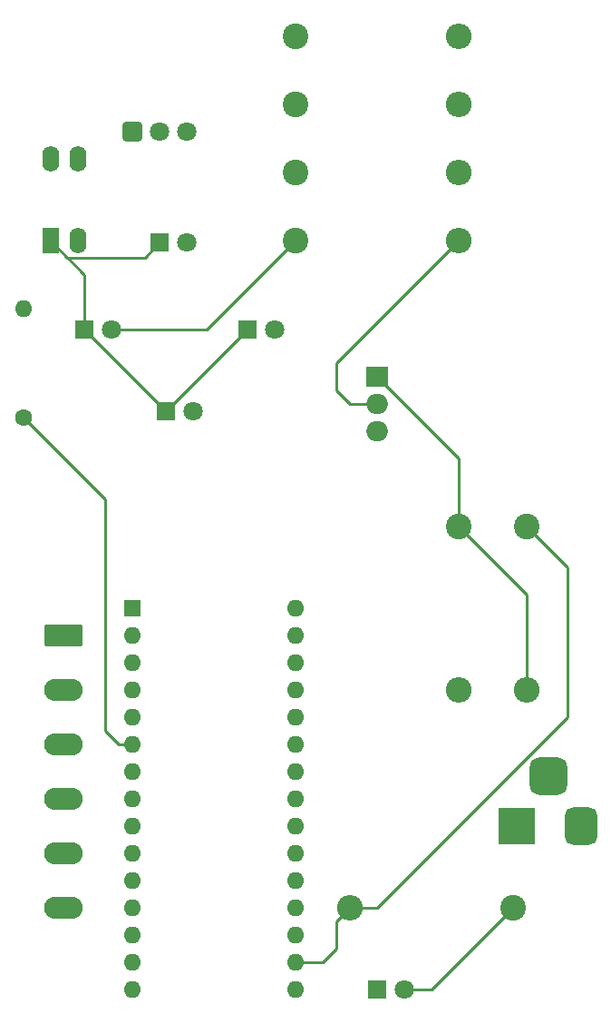
<source format=gbr>
%TF.GenerationSoftware,KiCad,Pcbnew,(5.99.0-9218-g05b559c9dc)*%
%TF.CreationDate,2021-02-22T21:08:47-05:00*%
%TF.ProjectId,LexaBlaster,4c657861-426c-4617-9374-65722e6b6963,rev?*%
%TF.SameCoordinates,Original*%
%TF.FileFunction,Copper,L1,Top*%
%TF.FilePolarity,Positive*%
%FSLAX46Y46*%
G04 Gerber Fmt 4.6, Leading zero omitted, Abs format (unit mm)*
G04 Created by KiCad (PCBNEW (5.99.0-9218-g05b559c9dc)) date 2021-02-22 21:08:47*
%MOMM*%
%LPD*%
G01*
G04 APERTURE LIST*
G04 Aperture macros list*
%AMRoundRect*
0 Rectangle with rounded corners*
0 $1 Rounding radius*
0 $2 $3 $4 $5 $6 $7 $8 $9 X,Y pos of 4 corners*
0 Add a 4 corners polygon primitive as box body*
4,1,4,$2,$3,$4,$5,$6,$7,$8,$9,$2,$3,0*
0 Add four circle primitives for the rounded corners*
1,1,$1+$1,$2,$3*
1,1,$1+$1,$4,$5*
1,1,$1+$1,$6,$7*
1,1,$1+$1,$8,$9*
0 Add four rect primitives between the rounded corners*
20,1,$1+$1,$2,$3,$4,$5,0*
20,1,$1+$1,$4,$5,$6,$7,0*
20,1,$1+$1,$6,$7,$8,$9,0*
20,1,$1+$1,$8,$9,$2,$3,0*%
G04 Aperture macros list end*
%TA.AperFunction,ComponentPad*%
%ADD10C,1.600000*%
%TD*%
%TA.AperFunction,ComponentPad*%
%ADD11O,1.600000X1.600000*%
%TD*%
%TA.AperFunction,ComponentPad*%
%ADD12R,3.500000X3.500000*%
%TD*%
%TA.AperFunction,ComponentPad*%
%ADD13RoundRect,0.750000X0.750000X1.000000X-0.750000X1.000000X-0.750000X-1.000000X0.750000X-1.000000X0*%
%TD*%
%TA.AperFunction,ComponentPad*%
%ADD14RoundRect,0.875000X0.875000X0.875000X-0.875000X0.875000X-0.875000X-0.875000X0.875000X-0.875000X0*%
%TD*%
%TA.AperFunction,ComponentPad*%
%ADD15C,2.400000*%
%TD*%
%TA.AperFunction,ComponentPad*%
%ADD16O,2.400000X2.400000*%
%TD*%
%TA.AperFunction,ComponentPad*%
%ADD17R,1.800000X1.800000*%
%TD*%
%TA.AperFunction,ComponentPad*%
%ADD18C,1.800000*%
%TD*%
%TA.AperFunction,ComponentPad*%
%ADD19RoundRect,0.249999X-1.550001X0.790001X-1.550001X-0.790001X1.550001X-0.790001X1.550001X0.790001X0*%
%TD*%
%TA.AperFunction,ComponentPad*%
%ADD20O,3.600000X2.080000*%
%TD*%
%TA.AperFunction,ComponentPad*%
%ADD21R,1.600000X2.400000*%
%TD*%
%TA.AperFunction,ComponentPad*%
%ADD22O,1.600000X2.400000*%
%TD*%
%TA.AperFunction,ComponentPad*%
%ADD23R,2.000000X1.905000*%
%TD*%
%TA.AperFunction,ComponentPad*%
%ADD24O,2.000000X1.905000*%
%TD*%
%TA.AperFunction,ComponentPad*%
%ADD25R,1.600000X1.600000*%
%TD*%
%TA.AperFunction,ComponentPad*%
%ADD26RoundRect,0.250200X-0.649800X-0.649800X0.649800X-0.649800X0.649800X0.649800X-0.649800X0.649800X0*%
%TD*%
%TA.AperFunction,Conductor*%
%ADD27C,0.250000*%
%TD*%
G04 APERTURE END LIST*
D10*
%TO.P,R8,1*%
%TO.N,Net-(A1-Pad6)*%
X128270000Y-83820000D03*
D11*
%TO.P,R8,2*%
%TO.N,Net-(Q1-Pad2)*%
X128270000Y-73660000D03*
%TD*%
D12*
%TO.P,J2,1*%
%TO.N,Net-(J2-Pad1)*%
X174340000Y-121920000D03*
D13*
%TO.P,J2,2*%
%TO.N,GND*%
X180340000Y-121920000D03*
D14*
%TO.P,J2,3*%
%TO.N,N/C*%
X177340000Y-117220000D03*
%TD*%
D15*
%TO.P,R5,1*%
%TO.N,Net-(D2-Pad2)*%
X153670000Y-67310000D03*
D16*
%TO.P,R5,2*%
%TO.N,+3V3*%
X168910000Y-67310000D03*
%TD*%
D17*
%TO.P,D5,1,K*%
%TO.N,GND*%
X161290000Y-137160000D03*
D18*
%TO.P,D5,2,A*%
%TO.N,Net-(D5-Pad2)*%
X163830000Y-137160000D03*
%TD*%
D15*
%TO.P,R1,1*%
%TO.N,+3V3*%
X175260000Y-93980000D03*
D16*
%TO.P,R1,2*%
%TO.N,Net-(R1-Pad2)*%
X175260000Y-109220000D03*
%TD*%
D19*
%TO.P,J1,1,Pin_1*%
%TO.N,Net-(A1-Pad7)*%
X132047500Y-104140000D03*
D20*
%TO.P,J1,2,Pin_2*%
%TO.N,Net-(A1-Pad8)*%
X132047500Y-109220000D03*
%TO.P,J1,3,Pin_3*%
%TO.N,Net-(A1-Pad9)*%
X132047500Y-114300000D03*
%TO.P,J1,4,Pin_4*%
%TO.N,Net-(A1-Pad10)*%
X132047500Y-119380000D03*
%TO.P,J1,5,Pin_5*%
%TO.N,Net-(A1-Pad11)*%
X132047500Y-124460000D03*
%TO.P,J1,6,Pin_6*%
%TO.N,Net-(A1-Pad12)*%
X132047500Y-129540000D03*
%TD*%
D17*
%TO.P,D1,1,K*%
%TO.N,Net-(D1-Pad1)*%
X149225000Y-75565000D03*
D18*
%TO.P,D1,2,A*%
%TO.N,Net-(D1-Pad2)*%
X151765000Y-75565000D03*
%TD*%
D17*
%TO.P,D4,1,K*%
%TO.N,Net-(D1-Pad1)*%
X141605000Y-83185000D03*
D18*
%TO.P,D4,2,A*%
%TO.N,Net-(D4-Pad2)*%
X144145000Y-83185000D03*
%TD*%
D21*
%TO.P,Q1,1,D*%
%TO.N,Net-(D1-Pad1)*%
X130810000Y-67310000D03*
D22*
%TO.P,Q1,2,G*%
%TO.N,Net-(Q1-Pad2)*%
X133350000Y-67310000D03*
%TO.P,Q1,3,S*%
%TO.N,GND*%
X133350000Y-59690000D03*
%TO.P,Q1,4*%
%TO.N,N/C*%
X130810000Y-59690000D03*
%TD*%
D23*
%TO.P,U2,1,ADJ*%
%TO.N,Net-(R1-Pad2)*%
X161290000Y-80010000D03*
D24*
%TO.P,U2,2,VO*%
%TO.N,+3V3*%
X161290000Y-82550000D03*
%TO.P,U2,3,VI*%
%TO.N,Net-(J2-Pad1)*%
X161290000Y-85090000D03*
%TD*%
D15*
%TO.P,R2,1*%
%TO.N,Net-(D3-Pad2)*%
X153670000Y-48260000D03*
D16*
%TO.P,R2,2*%
%TO.N,+3V3*%
X168910000Y-48260000D03*
%TD*%
D25*
%TO.P,A1,1,D1/TX*%
%TO.N,N/C*%
X138430000Y-101600000D03*
D11*
%TO.P,A1,2,D0/RX*%
X138430000Y-104140000D03*
%TO.P,A1,3,~RESET*%
X138430000Y-106680000D03*
%TO.P,A1,4,GND*%
%TO.N,GND*%
X138430000Y-109220000D03*
%TO.P,A1,5,D2*%
%TO.N,Net-(A1-Pad5)*%
X138430000Y-111760000D03*
%TO.P,A1,6,D3*%
%TO.N,Net-(A1-Pad6)*%
X138430000Y-114300000D03*
%TO.P,A1,7,D4*%
%TO.N,Net-(A1-Pad7)*%
X138430000Y-116840000D03*
%TO.P,A1,8,D5*%
%TO.N,Net-(A1-Pad8)*%
X138430000Y-119380000D03*
%TO.P,A1,9,D6*%
%TO.N,Net-(A1-Pad9)*%
X138430000Y-121920000D03*
%TO.P,A1,10,D7*%
%TO.N,Net-(A1-Pad10)*%
X138430000Y-124460000D03*
%TO.P,A1,11,D8*%
%TO.N,Net-(A1-Pad11)*%
X138430000Y-127000000D03*
%TO.P,A1,12,D9*%
%TO.N,Net-(A1-Pad12)*%
X138430000Y-129540000D03*
%TO.P,A1,13,D10*%
%TO.N,N/C*%
X138430000Y-132080000D03*
%TO.P,A1,14,D11*%
X138430000Y-134620000D03*
%TO.P,A1,15,D12*%
X138430000Y-137160000D03*
%TO.P,A1,16,D13*%
X153670000Y-137160000D03*
%TO.P,A1,17,3V3*%
%TO.N,+3V3*%
X153670000Y-134620000D03*
%TO.P,A1,18,AREF*%
%TO.N,N/C*%
X153670000Y-132080000D03*
%TO.P,A1,19,A0*%
X153670000Y-129540000D03*
%TO.P,A1,20,A1*%
X153670000Y-127000000D03*
%TO.P,A1,21,A2*%
X153670000Y-124460000D03*
%TO.P,A1,22,A3*%
X153670000Y-121920000D03*
%TO.P,A1,23,A4*%
X153670000Y-119380000D03*
%TO.P,A1,24,A5*%
X153670000Y-116840000D03*
%TO.P,A1,25,A6*%
X153670000Y-114300000D03*
%TO.P,A1,26,A7*%
X153670000Y-111760000D03*
%TO.P,A1,27,+5V*%
X153670000Y-109220000D03*
%TO.P,A1,28,~RESET*%
X153670000Y-106680000D03*
%TO.P,A1,29,GND*%
%TO.N,GND*%
X153670000Y-104140000D03*
%TO.P,A1,30,VIN*%
%TO.N,N/C*%
X153670000Y-101600000D03*
%TD*%
D15*
%TO.P,R7,1*%
%TO.N,Net-(D5-Pad2)*%
X173990000Y-129540000D03*
D16*
%TO.P,R7,2*%
%TO.N,+3V3*%
X158750000Y-129540000D03*
%TD*%
D15*
%TO.P,R4,1*%
%TO.N,Net-(D1-Pad2)*%
X153670000Y-60960000D03*
D16*
%TO.P,R4,2*%
%TO.N,+3V3*%
X168910000Y-60960000D03*
%TD*%
D17*
%TO.P,D3,1,K*%
%TO.N,Net-(D1-Pad1)*%
X141040001Y-67410001D03*
D18*
%TO.P,D3,2,A*%
%TO.N,Net-(D3-Pad2)*%
X143580001Y-67410001D03*
%TD*%
D15*
%TO.P,R6,1*%
%TO.N,Net-(R1-Pad2)*%
X168910000Y-93980000D03*
D16*
%TO.P,R6,2*%
%TO.N,GND*%
X168910000Y-109220000D03*
%TD*%
D17*
%TO.P,D2,1,K*%
%TO.N,Net-(D1-Pad1)*%
X133985000Y-75565000D03*
D18*
%TO.P,D2,2,A*%
%TO.N,Net-(D2-Pad2)*%
X136525000Y-75565000D03*
%TD*%
D15*
%TO.P,R3,1*%
%TO.N,Net-(D4-Pad2)*%
X153670000Y-54610000D03*
D16*
%TO.P,R3,2*%
%TO.N,+3V3*%
X168910000Y-54610000D03*
%TD*%
D26*
%TO.P,U1,1,OUT*%
%TO.N,Net-(A1-Pad5)*%
X138430000Y-57150000D03*
D18*
%TO.P,U1,2,GND*%
%TO.N,GND*%
X140970000Y-57150000D03*
%TO.P,U1,3,Vs*%
%TO.N,+3V3*%
X143510000Y-57150000D03*
%TD*%
D27*
%TO.N,+3V3*%
X157480000Y-130810000D02*
X157480000Y-133350000D01*
X156210000Y-134620000D02*
X153670000Y-134620000D01*
X175260000Y-93980000D02*
X179070000Y-97790000D01*
X158750000Y-82550000D02*
X161290000Y-82550000D01*
X179070000Y-111760000D02*
X161290000Y-129540000D01*
X161290000Y-129540000D02*
X158750000Y-129540000D01*
X157480000Y-78740000D02*
X157480000Y-81280000D01*
X168910000Y-67310000D02*
X157480000Y-78740000D01*
X157480000Y-133350000D02*
X156210000Y-134620000D01*
X157480000Y-81280000D02*
X158750000Y-82550000D01*
X158750000Y-129540000D02*
X157480000Y-130810000D01*
X179070000Y-97790000D02*
X179070000Y-111760000D01*
%TO.N,Net-(D1-Pad1)*%
X149225000Y-75565000D02*
X141605000Y-83185000D01*
X132335020Y-68835020D02*
X130810000Y-67310000D01*
X141040001Y-67410001D02*
X139614982Y-68835020D01*
X133985000Y-70485000D02*
X130810000Y-67310000D01*
X139614982Y-68835020D02*
X132335020Y-68835020D01*
X141605000Y-83185000D02*
X133985000Y-75565000D01*
X133985000Y-75565000D02*
X133985000Y-70485000D01*
%TO.N,Net-(D2-Pad2)*%
X145415000Y-75565000D02*
X136525000Y-75565000D01*
X153670000Y-67310000D02*
X145415000Y-75565000D01*
%TO.N,Net-(A1-Pad6)*%
X135890000Y-113030000D02*
X137160000Y-114300000D01*
X128270000Y-83820000D02*
X135890000Y-91440000D01*
X135890000Y-91440000D02*
X135890000Y-113030000D01*
X137160000Y-114300000D02*
X138430000Y-114300000D01*
%TO.N,Net-(D5-Pad2)*%
X173990000Y-129540000D02*
X166370000Y-137160000D01*
X166370000Y-137160000D02*
X163830000Y-137160000D01*
%TO.N,Net-(R1-Pad2)*%
X175260000Y-109220000D02*
X175260000Y-100330000D01*
X175260000Y-100330000D02*
X168910000Y-93980000D01*
X161290000Y-80010000D02*
X168910000Y-87630000D01*
X168910000Y-87630000D02*
X168910000Y-93980000D01*
%TD*%
M02*

</source>
